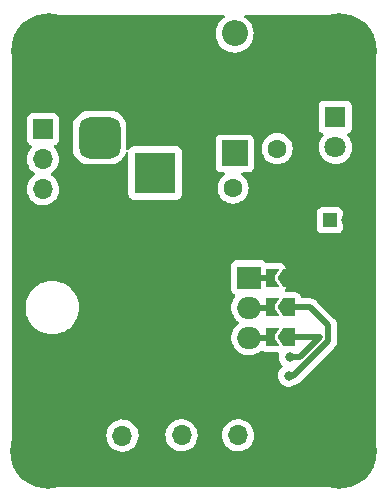
<source format=gbr>
%TF.GenerationSoftware,KiCad,Pcbnew,6.0.6+dfsg-1*%
%TF.CreationDate,2022-07-24T22:16:40+10:00*%
%TF.ProjectId,power-board,706f7765-722d-4626-9f61-72642e6b6963,rev?*%
%TF.SameCoordinates,Original*%
%TF.FileFunction,Copper,L2,Bot*%
%TF.FilePolarity,Positive*%
%FSLAX46Y46*%
G04 Gerber Fmt 4.6, Leading zero omitted, Abs format (unit mm)*
G04 Created by KiCad (PCBNEW 6.0.6+dfsg-1) date 2022-07-24 22:16:40*
%MOMM*%
%LPD*%
G01*
G04 APERTURE LIST*
G04 Aperture macros list*
%AMRoundRect*
0 Rectangle with rounded corners*
0 $1 Rounding radius*
0 $2 $3 $4 $5 $6 $7 $8 $9 X,Y pos of 4 corners*
0 Add a 4 corners polygon primitive as box body*
4,1,4,$2,$3,$4,$5,$6,$7,$8,$9,$2,$3,0*
0 Add four circle primitives for the rounded corners*
1,1,$1+$1,$2,$3*
1,1,$1+$1,$4,$5*
1,1,$1+$1,$6,$7*
1,1,$1+$1,$8,$9*
0 Add four rect primitives between the rounded corners*
20,1,$1+$1,$2,$3,$4,$5,0*
20,1,$1+$1,$4,$5,$6,$7,0*
20,1,$1+$1,$6,$7,$8,$9,0*
20,1,$1+$1,$8,$9,$2,$3,0*%
%AMFreePoly0*
4,1,6,1.000000,0.000000,0.500000,-0.750000,-0.500000,-0.750000,-0.500000,0.750000,0.500000,0.750000,1.000000,0.000000,1.000000,0.000000,$1*%
%AMFreePoly1*
4,1,6,0.500000,-0.750000,-0.650000,-0.750000,-0.150000,0.000000,-0.650000,0.750000,0.500000,0.750000,0.500000,-0.750000,0.500000,-0.750000,$1*%
G04 Aperture macros list end*
%TA.AperFunction,ComponentPad*%
%ADD10C,6.400000*%
%TD*%
%TA.AperFunction,ComponentPad*%
%ADD11R,1.200000X1.200000*%
%TD*%
%TA.AperFunction,ComponentPad*%
%ADD12C,1.200000*%
%TD*%
%TA.AperFunction,ComponentPad*%
%ADD13R,1.800000X1.800000*%
%TD*%
%TA.AperFunction,ComponentPad*%
%ADD14C,1.800000*%
%TD*%
%TA.AperFunction,ComponentPad*%
%ADD15R,2.200000X2.200000*%
%TD*%
%TA.AperFunction,ComponentPad*%
%ADD16O,2.200000X2.200000*%
%TD*%
%TA.AperFunction,ComponentPad*%
%ADD17C,1.600000*%
%TD*%
%TA.AperFunction,ComponentPad*%
%ADD18O,1.600000X1.600000*%
%TD*%
%TA.AperFunction,ComponentPad*%
%ADD19R,1.700000X1.700000*%
%TD*%
%TA.AperFunction,ComponentPad*%
%ADD20O,1.700000X1.700000*%
%TD*%
%TA.AperFunction,ComponentPad*%
%ADD21R,3.500000X3.500000*%
%TD*%
%TA.AperFunction,ComponentPad*%
%ADD22RoundRect,0.750000X-1.000000X0.750000X-1.000000X-0.750000X1.000000X-0.750000X1.000000X0.750000X0*%
%TD*%
%TA.AperFunction,ComponentPad*%
%ADD23RoundRect,0.875000X-0.875000X0.875000X-0.875000X-0.875000X0.875000X-0.875000X0.875000X0.875000X0*%
%TD*%
%TA.AperFunction,ComponentPad*%
%ADD24R,2.000000X1.905000*%
%TD*%
%TA.AperFunction,ComponentPad*%
%ADD25O,2.000000X1.905000*%
%TD*%
%TA.AperFunction,SMDPad,CuDef*%
%ADD26FreePoly0,180.000000*%
%TD*%
%TA.AperFunction,SMDPad,CuDef*%
%ADD27FreePoly1,180.000000*%
%TD*%
%TA.AperFunction,ViaPad*%
%ADD28C,0.800000*%
%TD*%
%TA.AperFunction,Conductor*%
%ADD29C,0.500000*%
%TD*%
G04 APERTURE END LIST*
D10*
%TO.P,H2,1*%
%TO.N,GND*%
X160600000Y-56300000D03*
%TD*%
%TO.P,H4,1*%
%TO.N,GND*%
X160600000Y-90100000D03*
%TD*%
D11*
%TO.P,C1,1*%
%TO.N,/REG_IN*%
X159805401Y-70612000D03*
D12*
%TO.P,C1,2*%
%TO.N,GND*%
X161305401Y-70612000D03*
%TD*%
D13*
%TO.P,D2,1,K*%
%TO.N,Net-(D2-Pad1)*%
X160274000Y-61874400D03*
D14*
%TO.P,D2,2,A*%
%TO.N,/REG_OUT*%
X160274000Y-64414400D03*
%TD*%
D10*
%TO.P,H3,1*%
%TO.N,GND*%
X135915400Y-90170000D03*
%TD*%
D15*
%TO.P,D1,1,K*%
%TO.N,/REG_IN*%
X151739600Y-64947800D03*
D16*
%TO.P,D1,2,A*%
%TO.N,/PWR_SW*%
X151739600Y-54787800D03*
%TD*%
D17*
%TO.P,R1,1*%
%TO.N,Net-(D2-Pad1)*%
X155346400Y-64541400D03*
D18*
%TO.P,R1,2*%
%TO.N,GND*%
X155346400Y-54381400D03*
%TD*%
D17*
%TO.P,C2,1*%
%TO.N,/REG_OUT*%
X151607200Y-67868800D03*
%TO.P,C2,2*%
%TO.N,GND*%
X154107200Y-67868800D03*
%TD*%
D19*
%TO.P,SW1,1,A*%
%TO.N,/PWR_SW*%
X135509000Y-62890400D03*
D20*
%TO.P,SW1,2,B*%
%TO.N,/PWR_RAW*%
X135509000Y-65430400D03*
%TO.P,SW1,3,C*%
%TO.N,unconnected-(SW1-Pad3)*%
X135509000Y-67970400D03*
%TD*%
D21*
%TO.P,J1,1*%
%TO.N,/PWR_RAW*%
X145008600Y-66601600D03*
D22*
%TO.P,J1,2*%
%TO.N,GND*%
X145008600Y-60601600D03*
D23*
%TO.P,J1,3*%
%TO.N,N/C*%
X140308600Y-63601600D03*
%TD*%
D19*
%TO.P,J4,1,Pin_1*%
%TO.N,GND*%
X152044400Y-91343400D03*
D20*
%TO.P,J4,2,Pin_2*%
%TO.N,/REG_OUT*%
X152044400Y-88803400D03*
%TD*%
D10*
%TO.P,H1,1*%
%TO.N,GND*%
X136000000Y-56300000D03*
%TD*%
D19*
%TO.P,J3,1,Pin_1*%
%TO.N,GND*%
X147244400Y-91343400D03*
D20*
%TO.P,J3,2,Pin_2*%
%TO.N,/REG_OUT*%
X147244400Y-88803400D03*
%TD*%
D24*
%TO.P,U1,1,IN*%
%TO.N,/REG1*%
X152960000Y-75460000D03*
D25*
%TO.P,U1,2,GND*%
%TO.N,/REG2*%
X152960000Y-78000000D03*
%TO.P,U1,3,OUT*%
%TO.N,/REG3*%
X152960000Y-80540000D03*
%TD*%
D19*
%TO.P,J2,1,Pin_1*%
%TO.N,GND*%
X142244400Y-91368400D03*
D20*
%TO.P,J2,2,Pin_2*%
%TO.N,/REG_OUT*%
X142244400Y-88828400D03*
%TD*%
D26*
%TO.P,JP6,1,A*%
%TO.N,/REG_IN*%
X156376200Y-80518000D03*
D27*
%TO.P,JP6,2,B*%
%TO.N,/REG3*%
X154926200Y-80518000D03*
%TD*%
D26*
%TO.P,JP5,1,A*%
%TO.N,/REG_OUT*%
X156362400Y-77978000D03*
D27*
%TO.P,JP5,2,B*%
%TO.N,/REG2*%
X154912400Y-77978000D03*
%TD*%
D26*
%TO.P,JP4,1,A*%
%TO.N,GND*%
X156362400Y-75488800D03*
D27*
%TO.P,JP4,2,B*%
%TO.N,/REG1*%
X154912400Y-75488800D03*
%TD*%
D28*
%TO.N,/REG_OUT*%
X156311600Y-83769200D03*
%TO.N,/REG_IN*%
X156413200Y-82194400D03*
%TD*%
D29*
%TO.N,/REG_OUT*%
X156691950Y-83769200D02*
X159653200Y-80807950D01*
X159653200Y-80807950D02*
X159653200Y-79490800D01*
X156311600Y-83769200D02*
X156691950Y-83769200D01*
X158140400Y-77978000D02*
X156362400Y-77978000D01*
X159653200Y-79490800D02*
X158140400Y-77978000D01*
%TO.N,/REG_IN*%
X156413200Y-82194400D02*
X157276800Y-82194400D01*
X158953200Y-80518000D02*
X156376200Y-80518000D01*
X157276800Y-82194400D02*
X158953200Y-80518000D01*
%TO.N,/REG1*%
X152960000Y-75460000D02*
X154883600Y-75460000D01*
X154883600Y-75460000D02*
X154912400Y-75488800D01*
%TO.N,/REG2*%
X154890400Y-78000000D02*
X154912400Y-77978000D01*
X152960000Y-78000000D02*
X154890400Y-78000000D01*
%TO.N,/REG3*%
X152960000Y-80540000D02*
X154904200Y-80540000D01*
X154904200Y-80540000D02*
X154926200Y-80518000D01*
%TD*%
%TA.AperFunction,Conductor*%
%TO.N,GND*%
G36*
X150859664Y-53228502D02*
G01*
X150906157Y-53282158D01*
X150916261Y-53352432D01*
X150886767Y-53417012D01*
X150857379Y-53441932D01*
X150791224Y-53482472D01*
X150598702Y-53646902D01*
X150434272Y-53839424D01*
X150301984Y-54055298D01*
X150300091Y-54059868D01*
X150300089Y-54059872D01*
X150229047Y-54231383D01*
X150205095Y-54289209D01*
X150203940Y-54294021D01*
X150157275Y-54488397D01*
X150145991Y-54535397D01*
X150126126Y-54787800D01*
X150145991Y-55040203D01*
X150147145Y-55045010D01*
X150147146Y-55045016D01*
X150184779Y-55201768D01*
X150205095Y-55286391D01*
X150206988Y-55290962D01*
X150206989Y-55290964D01*
X150229237Y-55344674D01*
X150301984Y-55520302D01*
X150434272Y-55736176D01*
X150598702Y-55928698D01*
X150791224Y-56093128D01*
X151007098Y-56225416D01*
X151011668Y-56227309D01*
X151011672Y-56227311D01*
X151198905Y-56304865D01*
X151241009Y-56322305D01*
X151287307Y-56333420D01*
X151482384Y-56380254D01*
X151482390Y-56380255D01*
X151487197Y-56381409D01*
X151739600Y-56401274D01*
X151992003Y-56381409D01*
X151996810Y-56380255D01*
X151996816Y-56380254D01*
X152191893Y-56333420D01*
X152238191Y-56322305D01*
X152280295Y-56304865D01*
X152467528Y-56227311D01*
X152467532Y-56227309D01*
X152472102Y-56225416D01*
X152687976Y-56093128D01*
X152880498Y-55928698D01*
X153044928Y-55736176D01*
X153177216Y-55520302D01*
X153249964Y-55344674D01*
X153272211Y-55290964D01*
X153272212Y-55290962D01*
X153274105Y-55286391D01*
X153294421Y-55201768D01*
X153332054Y-55045016D01*
X153332055Y-55045010D01*
X153333209Y-55040203D01*
X153353074Y-54787800D01*
X153333209Y-54535397D01*
X153321926Y-54488397D01*
X153275260Y-54294021D01*
X153274105Y-54289209D01*
X153250153Y-54231383D01*
X153179111Y-54059872D01*
X153179109Y-54059868D01*
X153177216Y-54055298D01*
X153044928Y-53839424D01*
X152880498Y-53646902D01*
X152687976Y-53482472D01*
X152621821Y-53441932D01*
X152574191Y-53389285D01*
X152562584Y-53319244D01*
X152590687Y-53254046D01*
X152649577Y-53214392D01*
X152687657Y-53208500D01*
X160650633Y-53208500D01*
X160670018Y-53210000D01*
X160684851Y-53212310D01*
X160684855Y-53212310D01*
X160693724Y-53213691D01*
X160712436Y-53211244D01*
X160735366Y-53210353D01*
X161006103Y-53224542D01*
X161019209Y-53225919D01*
X161196796Y-53254046D01*
X161315445Y-53272838D01*
X161328345Y-53275580D01*
X161352895Y-53282158D01*
X161618052Y-53353207D01*
X161630586Y-53357279D01*
X161910587Y-53464762D01*
X161922635Y-53470126D01*
X162189870Y-53606289D01*
X162201286Y-53612880D01*
X162452832Y-53776236D01*
X162463492Y-53783982D01*
X162537161Y-53843638D01*
X162696573Y-53972727D01*
X162706374Y-53981552D01*
X162918448Y-54193626D01*
X162927273Y-54203427D01*
X163116016Y-54436505D01*
X163123764Y-54447168D01*
X163177935Y-54530584D01*
X163287117Y-54698709D01*
X163293711Y-54710130D01*
X163429874Y-54977365D01*
X163435237Y-54989412D01*
X163454735Y-55040203D01*
X163542719Y-55269409D01*
X163546795Y-55281953D01*
X163624420Y-55571655D01*
X163627162Y-55584555D01*
X163674080Y-55880785D01*
X163675458Y-55893899D01*
X163677450Y-55931906D01*
X163689262Y-56157299D01*
X163687935Y-56183276D01*
X163687691Y-56184846D01*
X163687691Y-56184850D01*
X163686309Y-56193724D01*
X163687473Y-56202626D01*
X163687473Y-56202628D01*
X163690436Y-56225283D01*
X163691500Y-56241621D01*
X163691500Y-90150633D01*
X163690000Y-90170018D01*
X163687690Y-90184851D01*
X163687690Y-90184855D01*
X163686309Y-90193724D01*
X163688135Y-90207683D01*
X163688756Y-90212433D01*
X163689647Y-90235368D01*
X163675458Y-90506099D01*
X163674080Y-90519215D01*
X163627162Y-90815445D01*
X163624420Y-90828345D01*
X163546795Y-91118047D01*
X163542719Y-91130591D01*
X163435238Y-91410587D01*
X163429874Y-91422635D01*
X163293711Y-91689870D01*
X163287120Y-91701286D01*
X163123764Y-91952832D01*
X163116016Y-91963495D01*
X162927273Y-92196573D01*
X162918448Y-92206374D01*
X162706374Y-92418448D01*
X162696573Y-92427273D01*
X162463495Y-92616016D01*
X162452832Y-92623764D01*
X162201286Y-92787120D01*
X162189870Y-92793711D01*
X161922635Y-92929874D01*
X161910588Y-92935237D01*
X161630586Y-93042721D01*
X161618052Y-93046793D01*
X161473196Y-93085608D01*
X161328345Y-93124420D01*
X161315445Y-93127162D01*
X161234134Y-93140040D01*
X161019209Y-93174081D01*
X161006101Y-93175458D01*
X160930937Y-93179397D01*
X160742701Y-93189262D01*
X160716724Y-93187935D01*
X160715154Y-93187691D01*
X160715150Y-93187691D01*
X160706276Y-93186309D01*
X160697374Y-93187473D01*
X160697372Y-93187473D01*
X160682323Y-93189441D01*
X160674714Y-93190436D01*
X160658379Y-93191500D01*
X135949367Y-93191500D01*
X135929982Y-93190000D01*
X135915149Y-93187690D01*
X135915145Y-93187690D01*
X135906276Y-93186309D01*
X135887564Y-93188756D01*
X135864634Y-93189647D01*
X135593897Y-93175458D01*
X135580791Y-93174081D01*
X135365866Y-93140040D01*
X135284555Y-93127162D01*
X135271655Y-93124420D01*
X135126804Y-93085608D01*
X134981948Y-93046793D01*
X134969414Y-93042721D01*
X134689412Y-92935237D01*
X134677365Y-92929874D01*
X134410130Y-92793711D01*
X134398714Y-92787120D01*
X134147168Y-92623764D01*
X134136505Y-92616016D01*
X133903427Y-92427273D01*
X133893626Y-92418448D01*
X133681552Y-92206374D01*
X133672727Y-92196573D01*
X133483984Y-91963495D01*
X133476236Y-91952832D01*
X133312880Y-91701286D01*
X133306289Y-91689870D01*
X133170126Y-91422635D01*
X133164762Y-91410587D01*
X133057281Y-91130591D01*
X133053205Y-91118047D01*
X132975580Y-90828345D01*
X132972838Y-90815445D01*
X132925920Y-90519215D01*
X132924542Y-90506098D01*
X132910932Y-90246410D01*
X132912505Y-90218915D01*
X132913576Y-90212552D01*
X132913729Y-90200000D01*
X132909773Y-90172376D01*
X132908500Y-90154514D01*
X132908500Y-88795095D01*
X140881651Y-88795095D01*
X140881948Y-88800248D01*
X140881948Y-88800251D01*
X140893360Y-88998167D01*
X140894510Y-89018115D01*
X140895647Y-89023161D01*
X140895648Y-89023167D01*
X140909885Y-89086339D01*
X140943622Y-89236039D01*
X141027666Y-89443016D01*
X141144387Y-89633488D01*
X141290650Y-89802338D01*
X141462526Y-89945032D01*
X141655400Y-90057738D01*
X141660225Y-90059580D01*
X141660226Y-90059581D01*
X141733012Y-90087375D01*
X141864092Y-90137430D01*
X141869160Y-90138461D01*
X141869163Y-90138462D01*
X141976417Y-90160283D01*
X142082997Y-90181967D01*
X142088172Y-90182157D01*
X142088174Y-90182157D01*
X142301073Y-90189964D01*
X142301077Y-90189964D01*
X142306237Y-90190153D01*
X142311357Y-90189497D01*
X142311359Y-90189497D01*
X142522688Y-90162425D01*
X142522689Y-90162425D01*
X142527816Y-90161768D01*
X142543185Y-90157157D01*
X142736829Y-90099061D01*
X142736834Y-90099059D01*
X142741784Y-90097574D01*
X142942394Y-89999296D01*
X143124260Y-89869573D01*
X143282496Y-89711889D01*
X143341994Y-89629089D01*
X143409835Y-89534677D01*
X143412853Y-89530477D01*
X143427502Y-89500838D01*
X143509536Y-89334853D01*
X143509537Y-89334851D01*
X143511830Y-89330211D01*
X143576770Y-89116469D01*
X143605929Y-88894990D01*
X143607556Y-88828400D01*
X143602763Y-88770095D01*
X145881651Y-88770095D01*
X145881948Y-88775248D01*
X145881948Y-88775251D01*
X145894212Y-88987947D01*
X145894510Y-88993115D01*
X145895647Y-88998161D01*
X145895648Y-88998167D01*
X145915519Y-89086339D01*
X145943622Y-89211039D01*
X146027666Y-89418016D01*
X146144387Y-89608488D01*
X146290650Y-89777338D01*
X146462526Y-89920032D01*
X146655400Y-90032738D01*
X146864092Y-90112430D01*
X146869160Y-90113461D01*
X146869163Y-90113462D01*
X146976417Y-90135283D01*
X147082997Y-90156967D01*
X147088172Y-90157157D01*
X147088174Y-90157157D01*
X147301073Y-90164964D01*
X147301077Y-90164964D01*
X147306237Y-90165153D01*
X147311357Y-90164497D01*
X147311359Y-90164497D01*
X147522688Y-90137425D01*
X147522689Y-90137425D01*
X147527816Y-90136768D01*
X147532766Y-90135283D01*
X147736829Y-90074061D01*
X147736834Y-90074059D01*
X147741784Y-90072574D01*
X147942394Y-89974296D01*
X148124260Y-89844573D01*
X148282496Y-89686889D01*
X148318065Y-89637390D01*
X148409835Y-89509677D01*
X148412853Y-89505477D01*
X148441547Y-89447420D01*
X148509536Y-89309853D01*
X148509537Y-89309851D01*
X148511830Y-89305211D01*
X148567669Y-89121423D01*
X148575265Y-89096423D01*
X148575265Y-89096421D01*
X148576770Y-89091469D01*
X148605929Y-88869990D01*
X148607556Y-88803400D01*
X148604818Y-88770095D01*
X150681651Y-88770095D01*
X150681948Y-88775248D01*
X150681948Y-88775251D01*
X150694212Y-88987947D01*
X150694510Y-88993115D01*
X150695647Y-88998161D01*
X150695648Y-88998167D01*
X150715519Y-89086339D01*
X150743622Y-89211039D01*
X150827666Y-89418016D01*
X150944387Y-89608488D01*
X151090650Y-89777338D01*
X151262526Y-89920032D01*
X151455400Y-90032738D01*
X151664092Y-90112430D01*
X151669160Y-90113461D01*
X151669163Y-90113462D01*
X151776417Y-90135283D01*
X151882997Y-90156967D01*
X151888172Y-90157157D01*
X151888174Y-90157157D01*
X152101073Y-90164964D01*
X152101077Y-90164964D01*
X152106237Y-90165153D01*
X152111357Y-90164497D01*
X152111359Y-90164497D01*
X152322688Y-90137425D01*
X152322689Y-90137425D01*
X152327816Y-90136768D01*
X152332766Y-90135283D01*
X152536829Y-90074061D01*
X152536834Y-90074059D01*
X152541784Y-90072574D01*
X152742394Y-89974296D01*
X152924260Y-89844573D01*
X153082496Y-89686889D01*
X153118065Y-89637390D01*
X153209835Y-89509677D01*
X153212853Y-89505477D01*
X153241547Y-89447420D01*
X153309536Y-89309853D01*
X153309537Y-89309851D01*
X153311830Y-89305211D01*
X153367669Y-89121423D01*
X153375265Y-89096423D01*
X153375265Y-89096421D01*
X153376770Y-89091469D01*
X153405929Y-88869990D01*
X153407556Y-88803400D01*
X153389252Y-88580761D01*
X153334831Y-88364102D01*
X153245754Y-88159240D01*
X153143395Y-88001017D01*
X153127222Y-87976017D01*
X153127220Y-87976014D01*
X153124414Y-87971677D01*
X152974070Y-87806451D01*
X152970019Y-87803252D01*
X152970015Y-87803248D01*
X152802814Y-87671200D01*
X152802810Y-87671198D01*
X152798759Y-87667998D01*
X152603189Y-87560038D01*
X152598320Y-87558314D01*
X152598316Y-87558312D01*
X152397487Y-87487195D01*
X152397483Y-87487194D01*
X152392612Y-87485469D01*
X152387519Y-87484562D01*
X152387516Y-87484561D01*
X152177773Y-87447200D01*
X152177767Y-87447199D01*
X152172684Y-87446294D01*
X152098852Y-87445392D01*
X151954481Y-87443628D01*
X151954479Y-87443628D01*
X151949311Y-87443565D01*
X151728491Y-87477355D01*
X151516156Y-87546757D01*
X151318007Y-87649907D01*
X151313874Y-87653010D01*
X151313871Y-87653012D01*
X151260615Y-87692998D01*
X151139365Y-87784035D01*
X150985029Y-87945538D01*
X150859143Y-88130080D01*
X150765088Y-88332705D01*
X150705389Y-88547970D01*
X150681651Y-88770095D01*
X148604818Y-88770095D01*
X148589252Y-88580761D01*
X148534831Y-88364102D01*
X148445754Y-88159240D01*
X148343395Y-88001017D01*
X148327222Y-87976017D01*
X148327220Y-87976014D01*
X148324414Y-87971677D01*
X148174070Y-87806451D01*
X148170019Y-87803252D01*
X148170015Y-87803248D01*
X148002814Y-87671200D01*
X148002810Y-87671198D01*
X147998759Y-87667998D01*
X147803189Y-87560038D01*
X147798320Y-87558314D01*
X147798316Y-87558312D01*
X147597487Y-87487195D01*
X147597483Y-87487194D01*
X147592612Y-87485469D01*
X147587519Y-87484562D01*
X147587516Y-87484561D01*
X147377773Y-87447200D01*
X147377767Y-87447199D01*
X147372684Y-87446294D01*
X147298852Y-87445392D01*
X147154481Y-87443628D01*
X147154479Y-87443628D01*
X147149311Y-87443565D01*
X146928491Y-87477355D01*
X146716156Y-87546757D01*
X146518007Y-87649907D01*
X146513874Y-87653010D01*
X146513871Y-87653012D01*
X146460615Y-87692998D01*
X146339365Y-87784035D01*
X146185029Y-87945538D01*
X146059143Y-88130080D01*
X145965088Y-88332705D01*
X145905389Y-88547970D01*
X145881651Y-88770095D01*
X143602763Y-88770095D01*
X143589252Y-88605761D01*
X143534831Y-88389102D01*
X143445754Y-88184240D01*
X143324414Y-87996677D01*
X143174070Y-87831451D01*
X143170019Y-87828252D01*
X143170015Y-87828248D01*
X143002814Y-87696200D01*
X143002810Y-87696198D01*
X142998759Y-87692998D01*
X142803189Y-87585038D01*
X142798320Y-87583314D01*
X142798316Y-87583312D01*
X142597487Y-87512195D01*
X142597483Y-87512194D01*
X142592612Y-87510469D01*
X142587519Y-87509562D01*
X142587516Y-87509561D01*
X142377773Y-87472200D01*
X142377767Y-87472199D01*
X142372684Y-87471294D01*
X142298852Y-87470392D01*
X142154481Y-87468628D01*
X142154479Y-87468628D01*
X142149311Y-87468565D01*
X141928491Y-87502355D01*
X141716156Y-87571757D01*
X141518007Y-87674907D01*
X141513874Y-87678010D01*
X141513871Y-87678012D01*
X141343500Y-87805930D01*
X141339365Y-87809035D01*
X141335793Y-87812773D01*
X141208920Y-87945538D01*
X141185029Y-87970538D01*
X141059143Y-88155080D01*
X141043403Y-88188990D01*
X140976693Y-88332705D01*
X140965088Y-88357705D01*
X140905389Y-88572970D01*
X140881651Y-88795095D01*
X132908500Y-88795095D01*
X132908500Y-80642263D01*
X151450064Y-80642263D01*
X151486404Y-80879744D01*
X151516966Y-80973249D01*
X151559434Y-81103183D01*
X151559437Y-81103189D01*
X151561042Y-81108101D01*
X151563429Y-81112687D01*
X151563431Y-81112691D01*
X151654325Y-81287295D01*
X151671975Y-81321200D01*
X151816223Y-81513320D01*
X151989912Y-81679301D01*
X152188378Y-81814686D01*
X152193061Y-81816860D01*
X152193065Y-81816862D01*
X152401595Y-81913658D01*
X152401599Y-81913659D01*
X152406290Y-81915837D01*
X152637798Y-81980040D01*
X152642935Y-81980589D01*
X152830593Y-82000644D01*
X152830601Y-82000644D01*
X152833928Y-82001000D01*
X153068402Y-82001000D01*
X153070975Y-82000788D01*
X153070986Y-82000788D01*
X153171946Y-81992487D01*
X153246937Y-81986322D01*
X153479944Y-81927794D01*
X153608771Y-81871779D01*
X153695526Y-81834057D01*
X153695529Y-81834055D01*
X153700263Y-81831997D01*
X153901977Y-81701502D01*
X153905795Y-81698028D01*
X153905804Y-81698021D01*
X153940198Y-81666725D01*
X154004044Y-81635673D01*
X154074543Y-81644069D01*
X154107510Y-81664695D01*
X154141645Y-81694274D01*
X154141648Y-81694276D01*
X154148457Y-81700176D01*
X154281466Y-81760919D01*
X154426200Y-81781729D01*
X155418608Y-81781729D01*
X155486729Y-81801731D01*
X155533222Y-81855387D01*
X155543326Y-81925661D01*
X155538442Y-81946660D01*
X155519658Y-82004472D01*
X155499696Y-82194400D01*
X155519658Y-82384328D01*
X155578673Y-82565956D01*
X155674160Y-82731344D01*
X155678578Y-82736251D01*
X155678579Y-82736252D01*
X155786285Y-82855872D01*
X155817003Y-82919879D01*
X155808238Y-82990333D01*
X155766710Y-83042118D01*
X155700347Y-83090334D01*
X155572560Y-83232256D01*
X155477073Y-83397644D01*
X155418058Y-83579272D01*
X155398096Y-83769200D01*
X155418058Y-83959128D01*
X155477073Y-84140756D01*
X155572560Y-84306144D01*
X155576978Y-84311051D01*
X155576979Y-84311052D01*
X155667886Y-84412014D01*
X155700347Y-84448066D01*
X155854848Y-84560318D01*
X155860876Y-84563002D01*
X155860878Y-84563003D01*
X156023281Y-84635309D01*
X156029312Y-84637994D01*
X156122713Y-84657847D01*
X156209656Y-84676328D01*
X156209661Y-84676328D01*
X156216113Y-84677700D01*
X156407087Y-84677700D01*
X156413539Y-84676328D01*
X156413544Y-84676328D01*
X156500487Y-84657847D01*
X156593888Y-84637994D01*
X156599919Y-84635309D01*
X156762324Y-84563002D01*
X156762325Y-84563001D01*
X156768352Y-84560318D01*
X156773689Y-84556441D01*
X156773695Y-84556437D01*
X156800120Y-84537238D01*
X156841809Y-84518980D01*
X156841518Y-84518083D01*
X156842396Y-84517798D01*
X156846603Y-84516881D01*
X156849486Y-84515618D01*
X156854497Y-84514616D01*
X156860364Y-84513229D01*
X156867631Y-84512382D01*
X156936277Y-84487465D01*
X156940405Y-84486048D01*
X157002886Y-84465807D01*
X157002888Y-84465806D01*
X157009849Y-84463551D01*
X157016104Y-84459755D01*
X157021578Y-84457249D01*
X157027008Y-84454530D01*
X157033887Y-84452033D01*
X157094926Y-84412014D01*
X157098630Y-84409677D01*
X157161057Y-84371795D01*
X157169434Y-84364397D01*
X157169458Y-84364424D01*
X157172450Y-84361771D01*
X157175683Y-84359068D01*
X157181802Y-84355056D01*
X157235078Y-84298817D01*
X157237456Y-84296375D01*
X160142111Y-81391720D01*
X160156523Y-81379334D01*
X160168118Y-81370801D01*
X160168123Y-81370796D01*
X160174018Y-81366458D01*
X160178757Y-81360880D01*
X160178760Y-81360877D01*
X160208235Y-81326182D01*
X160215165Y-81318666D01*
X160220860Y-81312971D01*
X160238481Y-81290699D01*
X160241272Y-81287295D01*
X160283791Y-81237247D01*
X160283792Y-81237245D01*
X160288533Y-81231665D01*
X160291861Y-81225149D01*
X160295228Y-81220100D01*
X160298395Y-81214971D01*
X160302934Y-81209234D01*
X160333855Y-81143075D01*
X160335761Y-81139175D01*
X160368969Y-81074142D01*
X160370708Y-81067034D01*
X160372807Y-81061391D01*
X160374724Y-81055628D01*
X160377822Y-81049000D01*
X160392687Y-80977533D01*
X160393657Y-80973249D01*
X160409673Y-80907795D01*
X160411008Y-80902340D01*
X160411700Y-80891186D01*
X160411736Y-80891188D01*
X160411975Y-80887195D01*
X160412349Y-80883003D01*
X160413840Y-80875835D01*
X160411746Y-80798429D01*
X160411700Y-80795022D01*
X160411700Y-79557869D01*
X160413133Y-79538918D01*
X160415299Y-79524683D01*
X160415299Y-79524681D01*
X160416399Y-79517451D01*
X160412115Y-79464782D01*
X160411700Y-79454567D01*
X160411700Y-79446507D01*
X160408411Y-79418293D01*
X160407978Y-79413918D01*
X160402654Y-79348461D01*
X160402653Y-79348458D01*
X160402060Y-79341163D01*
X160399804Y-79334199D01*
X160398613Y-79328240D01*
X160397229Y-79322385D01*
X160396382Y-79315119D01*
X160371465Y-79246473D01*
X160370048Y-79242345D01*
X160349807Y-79179864D01*
X160349806Y-79179862D01*
X160347551Y-79172901D01*
X160343755Y-79166646D01*
X160341249Y-79161172D01*
X160338530Y-79155742D01*
X160336033Y-79148863D01*
X160331671Y-79142209D01*
X160296019Y-79087832D01*
X160293672Y-79084112D01*
X160258709Y-79026493D01*
X160258705Y-79026488D01*
X160255795Y-79021692D01*
X160248397Y-79013316D01*
X160248423Y-79013293D01*
X160245774Y-79010303D01*
X160243066Y-79007064D01*
X160239056Y-79000948D01*
X160233749Y-78995921D01*
X160233746Y-78995917D01*
X160182817Y-78947672D01*
X160180375Y-78945294D01*
X158724170Y-77489089D01*
X158711784Y-77474677D01*
X158703251Y-77463082D01*
X158703246Y-77463077D01*
X158698908Y-77457182D01*
X158693330Y-77452443D01*
X158693327Y-77452440D01*
X158658632Y-77422965D01*
X158651116Y-77416035D01*
X158645421Y-77410340D01*
X158631151Y-77399050D01*
X158623149Y-77392719D01*
X158619745Y-77389928D01*
X158569697Y-77347409D01*
X158569695Y-77347408D01*
X158564115Y-77342667D01*
X158557599Y-77339339D01*
X158552550Y-77335972D01*
X158547421Y-77332805D01*
X158541684Y-77328266D01*
X158475525Y-77297345D01*
X158471625Y-77295439D01*
X158406592Y-77262231D01*
X158399484Y-77260492D01*
X158393841Y-77258393D01*
X158388078Y-77256476D01*
X158381450Y-77253378D01*
X158309983Y-77238513D01*
X158305699Y-77237543D01*
X158234790Y-77220192D01*
X158229188Y-77219844D01*
X158229185Y-77219844D01*
X158223636Y-77219500D01*
X158223638Y-77219464D01*
X158219645Y-77219225D01*
X158215453Y-77218851D01*
X158208285Y-77217360D01*
X158142075Y-77219151D01*
X158130879Y-77219454D01*
X158127472Y-77219500D01*
X157484194Y-77219500D01*
X157416073Y-77199498D01*
X157369580Y-77145842D01*
X157363298Y-77128999D01*
X157361370Y-77122434D01*
X157329704Y-77014589D01*
X157265217Y-76914245D01*
X157255522Y-76899159D01*
X157255520Y-76899156D01*
X157250650Y-76891579D01*
X157243840Y-76885678D01*
X157146955Y-76801726D01*
X157146952Y-76801724D01*
X157140143Y-76795824D01*
X157007134Y-76735081D01*
X156862400Y-76714271D01*
X156096938Y-76714271D01*
X156028817Y-76694269D01*
X155982324Y-76640613D01*
X155972220Y-76570339D01*
X155989811Y-76521940D01*
X155993395Y-76516152D01*
X155999182Y-76509242D01*
X156057682Y-76375231D01*
X156076056Y-76230168D01*
X156052818Y-76085804D01*
X155989848Y-75953834D01*
X155726420Y-75558692D01*
X155705276Y-75490917D01*
X155726420Y-75418908D01*
X155988451Y-75025862D01*
X155988455Y-75025856D01*
X155989848Y-75023766D01*
X156029704Y-74952211D01*
X156070900Y-74811911D01*
X156070900Y-74665689D01*
X156029704Y-74525389D01*
X156004435Y-74486070D01*
X155955522Y-74409959D01*
X155955520Y-74409956D01*
X155950650Y-74402379D01*
X155936116Y-74389785D01*
X155846955Y-74312526D01*
X155846952Y-74312524D01*
X155840143Y-74306624D01*
X155707134Y-74245881D01*
X155562400Y-74225071D01*
X154446868Y-74225071D01*
X154378747Y-74205069D01*
X154346041Y-74174635D01*
X154328641Y-74151418D01*
X154323261Y-74144239D01*
X154206705Y-74056885D01*
X154070316Y-74005755D01*
X154008134Y-73999000D01*
X151911866Y-73999000D01*
X151849684Y-74005755D01*
X151713295Y-74056885D01*
X151596739Y-74144239D01*
X151509385Y-74260795D01*
X151458255Y-74397184D01*
X151451500Y-74459366D01*
X151451500Y-76460634D01*
X151458255Y-76522816D01*
X151509385Y-76659205D01*
X151596739Y-76775761D01*
X151713295Y-76863115D01*
X151733189Y-76870573D01*
X151789953Y-76913213D01*
X151814654Y-76979774D01*
X151799447Y-77049123D01*
X151787842Y-77066647D01*
X151694633Y-77184670D01*
X151694630Y-77184675D01*
X151691432Y-77188724D01*
X151688939Y-77193240D01*
X151688937Y-77193243D01*
X151578821Y-77392719D01*
X151575326Y-77399050D01*
X151573602Y-77403919D01*
X151573600Y-77403923D01*
X151568029Y-77419656D01*
X151495130Y-77625515D01*
X151452999Y-77862037D01*
X151450064Y-78102263D01*
X151486404Y-78339744D01*
X151523094Y-78451997D01*
X151559434Y-78563183D01*
X151559437Y-78563189D01*
X151561042Y-78568101D01*
X151563429Y-78572687D01*
X151563431Y-78572691D01*
X151651362Y-78741603D01*
X151671975Y-78781200D01*
X151675085Y-78785342D01*
X151796102Y-78946521D01*
X151816223Y-78973320D01*
X151857280Y-79012555D01*
X151965791Y-79116250D01*
X151989912Y-79139301D01*
X152026903Y-79164535D01*
X152071904Y-79219444D01*
X152080075Y-79289968D01*
X152048821Y-79353716D01*
X152024340Y-79374411D01*
X152022365Y-79375689D01*
X152018023Y-79378498D01*
X151840330Y-79540186D01*
X151826365Y-79557869D01*
X151694633Y-79724670D01*
X151694630Y-79724675D01*
X151691432Y-79728724D01*
X151688939Y-79733240D01*
X151688937Y-79733243D01*
X151577823Y-79934526D01*
X151575326Y-79939050D01*
X151573602Y-79943919D01*
X151573600Y-79943923D01*
X151567866Y-79960115D01*
X151495130Y-80165515D01*
X151494223Y-80170608D01*
X151494222Y-80170611D01*
X151477704Y-80263346D01*
X151452999Y-80402037D01*
X151450064Y-80642263D01*
X132908500Y-80642263D01*
X132908500Y-78000000D01*
X134036654Y-78000000D01*
X134036924Y-78004119D01*
X134043357Y-78102263D01*
X134056017Y-78295426D01*
X134056819Y-78299459D01*
X134056820Y-78299465D01*
X134110256Y-78568101D01*
X134113776Y-78585797D01*
X134115103Y-78589706D01*
X134115104Y-78589710D01*
X134166665Y-78741603D01*
X134208941Y-78866145D01*
X134216233Y-78880932D01*
X134334682Y-79121122D01*
X134339885Y-79131673D01*
X134342179Y-79135106D01*
X134479862Y-79341163D01*
X134504367Y-79377838D01*
X134507081Y-79380932D01*
X134507085Y-79380938D01*
X134666955Y-79563234D01*
X134699573Y-79600427D01*
X134702662Y-79603136D01*
X134919062Y-79792915D01*
X134919068Y-79792919D01*
X134922162Y-79795633D01*
X134925588Y-79797922D01*
X134925593Y-79797926D01*
X135109405Y-79920744D01*
X135168327Y-79960115D01*
X135172026Y-79961939D01*
X135172031Y-79961942D01*
X135308313Y-80029148D01*
X135433855Y-80091059D01*
X135437760Y-80092384D01*
X135437761Y-80092385D01*
X135710290Y-80184896D01*
X135710294Y-80184897D01*
X135714203Y-80186224D01*
X135718247Y-80187028D01*
X135718253Y-80187030D01*
X136000535Y-80243180D01*
X136000541Y-80243181D01*
X136004574Y-80243983D01*
X136008679Y-80244252D01*
X136008686Y-80244253D01*
X136295881Y-80263076D01*
X136300000Y-80263346D01*
X136304119Y-80263076D01*
X136591314Y-80244253D01*
X136591321Y-80244252D01*
X136595426Y-80243983D01*
X136599459Y-80243181D01*
X136599465Y-80243180D01*
X136881747Y-80187030D01*
X136881753Y-80187028D01*
X136885797Y-80186224D01*
X136889706Y-80184897D01*
X136889710Y-80184896D01*
X137162239Y-80092385D01*
X137162240Y-80092384D01*
X137166145Y-80091059D01*
X137291687Y-80029148D01*
X137427969Y-79961942D01*
X137427974Y-79961939D01*
X137431673Y-79960115D01*
X137490595Y-79920744D01*
X137674407Y-79797926D01*
X137674412Y-79797922D01*
X137677838Y-79795633D01*
X137680932Y-79792919D01*
X137680938Y-79792915D01*
X137897338Y-79603136D01*
X137900427Y-79600427D01*
X137933045Y-79563234D01*
X138092915Y-79380938D01*
X138092919Y-79380932D01*
X138095633Y-79377838D01*
X138120139Y-79341163D01*
X138257821Y-79135106D01*
X138260115Y-79131673D01*
X138265319Y-79121122D01*
X138383767Y-78880932D01*
X138391059Y-78866145D01*
X138433335Y-78741603D01*
X138484896Y-78589710D01*
X138484897Y-78589706D01*
X138486224Y-78585797D01*
X138489744Y-78568101D01*
X138543180Y-78299465D01*
X138543181Y-78299459D01*
X138543983Y-78295426D01*
X138556644Y-78102263D01*
X138563076Y-78004119D01*
X138563346Y-78000000D01*
X138543983Y-77704574D01*
X138527288Y-77620640D01*
X138487030Y-77418253D01*
X138487028Y-77418247D01*
X138486224Y-77414203D01*
X138482735Y-77403923D01*
X138392385Y-77137761D01*
X138392384Y-77137760D01*
X138391059Y-77133855D01*
X138289284Y-76927475D01*
X138261942Y-76872031D01*
X138261939Y-76872026D01*
X138260115Y-76868327D01*
X138201860Y-76781142D01*
X138097926Y-76625593D01*
X138097922Y-76625588D01*
X138095633Y-76622162D01*
X138092919Y-76619068D01*
X138092915Y-76619062D01*
X137903136Y-76402662D01*
X137900427Y-76399573D01*
X137862473Y-76366288D01*
X137680938Y-76207085D01*
X137680932Y-76207081D01*
X137677838Y-76204367D01*
X137674412Y-76202078D01*
X137674407Y-76202074D01*
X137435106Y-76042179D01*
X137431673Y-76039885D01*
X137427974Y-76038061D01*
X137427969Y-76038058D01*
X137249581Y-75950087D01*
X137166145Y-75908941D01*
X137162239Y-75907615D01*
X136889710Y-75815104D01*
X136889706Y-75815103D01*
X136885797Y-75813776D01*
X136881753Y-75812972D01*
X136881747Y-75812970D01*
X136599465Y-75756820D01*
X136599459Y-75756819D01*
X136595426Y-75756017D01*
X136591321Y-75755748D01*
X136591314Y-75755747D01*
X136304119Y-75736924D01*
X136300000Y-75736654D01*
X136295881Y-75736924D01*
X136008686Y-75755747D01*
X136008679Y-75755748D01*
X136004574Y-75756017D01*
X136000541Y-75756819D01*
X136000535Y-75756820D01*
X135718253Y-75812970D01*
X135718247Y-75812972D01*
X135714203Y-75813776D01*
X135710294Y-75815103D01*
X135710290Y-75815104D01*
X135437761Y-75907615D01*
X135433855Y-75908941D01*
X135350419Y-75950087D01*
X135172031Y-76038058D01*
X135172026Y-76038061D01*
X135168327Y-76039885D01*
X135164894Y-76042179D01*
X134925593Y-76202074D01*
X134925588Y-76202078D01*
X134922162Y-76204367D01*
X134919068Y-76207081D01*
X134919062Y-76207085D01*
X134737527Y-76366288D01*
X134699573Y-76399573D01*
X134696864Y-76402662D01*
X134507085Y-76619062D01*
X134507081Y-76619068D01*
X134504367Y-76622162D01*
X134502078Y-76625588D01*
X134502074Y-76625593D01*
X134398140Y-76781142D01*
X134339885Y-76868327D01*
X134338061Y-76872026D01*
X134338058Y-76872031D01*
X134310716Y-76927475D01*
X134208941Y-77133855D01*
X134207616Y-77137760D01*
X134207615Y-77137761D01*
X134117266Y-77403923D01*
X134113776Y-77414203D01*
X134112972Y-77418247D01*
X134112970Y-77418253D01*
X134072713Y-77620640D01*
X134056017Y-77704574D01*
X134036654Y-78000000D01*
X132908500Y-78000000D01*
X132908500Y-71260134D01*
X158696901Y-71260134D01*
X158703656Y-71322316D01*
X158754786Y-71458705D01*
X158842140Y-71575261D01*
X158958696Y-71662615D01*
X159095085Y-71713745D01*
X159157267Y-71720500D01*
X160453535Y-71720500D01*
X160515717Y-71713745D01*
X160652106Y-71662615D01*
X160768662Y-71575261D01*
X160856016Y-71458705D01*
X160907146Y-71322316D01*
X160913901Y-71260134D01*
X160913901Y-69963866D01*
X160907146Y-69901684D01*
X160856016Y-69765295D01*
X160768662Y-69648739D01*
X160652106Y-69561385D01*
X160515717Y-69510255D01*
X160453535Y-69503500D01*
X159157267Y-69503500D01*
X159095085Y-69510255D01*
X158958696Y-69561385D01*
X158842140Y-69648739D01*
X158754786Y-69765295D01*
X158703656Y-69901684D01*
X158696901Y-69963866D01*
X158696901Y-71260134D01*
X132908500Y-71260134D01*
X132908500Y-67937095D01*
X134146251Y-67937095D01*
X134146548Y-67942248D01*
X134146548Y-67942251D01*
X134152011Y-68036990D01*
X134159110Y-68160115D01*
X134160247Y-68165161D01*
X134160248Y-68165167D01*
X134180119Y-68253339D01*
X134208222Y-68378039D01*
X134292266Y-68585016D01*
X134408987Y-68775488D01*
X134555250Y-68944338D01*
X134727126Y-69087032D01*
X134920000Y-69199738D01*
X135128692Y-69279430D01*
X135133760Y-69280461D01*
X135133763Y-69280462D01*
X135241017Y-69302283D01*
X135347597Y-69323967D01*
X135352772Y-69324157D01*
X135352774Y-69324157D01*
X135565673Y-69331964D01*
X135565677Y-69331964D01*
X135570837Y-69332153D01*
X135575957Y-69331497D01*
X135575959Y-69331497D01*
X135787288Y-69304425D01*
X135787289Y-69304425D01*
X135792416Y-69303768D01*
X135797366Y-69302283D01*
X136001429Y-69241061D01*
X136001434Y-69241059D01*
X136006384Y-69239574D01*
X136206994Y-69141296D01*
X136388860Y-69011573D01*
X136394129Y-69006323D01*
X136540863Y-68860100D01*
X136547096Y-68853889D01*
X136581963Y-68805367D01*
X136674435Y-68676677D01*
X136677453Y-68672477D01*
X136710560Y-68605491D01*
X136774136Y-68476853D01*
X136774137Y-68476851D01*
X136776430Y-68472211D01*
X136841370Y-68258469D01*
X136870529Y-68036990D01*
X136872156Y-67970400D01*
X136853852Y-67747761D01*
X136799431Y-67531102D01*
X136710354Y-67326240D01*
X136636482Y-67212051D01*
X136591822Y-67143017D01*
X136591820Y-67143014D01*
X136589014Y-67138677D01*
X136438670Y-66973451D01*
X136434619Y-66970252D01*
X136434615Y-66970248D01*
X136267414Y-66838200D01*
X136267410Y-66838198D01*
X136263359Y-66834998D01*
X136222053Y-66812196D01*
X136172084Y-66761764D01*
X136157312Y-66692321D01*
X136182428Y-66625916D01*
X136209780Y-66599309D01*
X136278351Y-66550398D01*
X136388860Y-66471573D01*
X136547096Y-66313889D01*
X136567067Y-66286097D01*
X136674435Y-66136677D01*
X136677453Y-66132477D01*
X136697203Y-66092517D01*
X136774136Y-65936853D01*
X136774137Y-65936851D01*
X136776430Y-65932211D01*
X136823987Y-65775684D01*
X136839865Y-65723423D01*
X136839865Y-65723421D01*
X136841370Y-65718469D01*
X136870529Y-65496990D01*
X136870694Y-65490250D01*
X136872074Y-65433765D01*
X136872074Y-65433761D01*
X136872156Y-65430400D01*
X136853852Y-65207761D01*
X136799431Y-64991102D01*
X136710354Y-64786240D01*
X136609823Y-64630843D01*
X136591822Y-64603017D01*
X136591820Y-64603014D01*
X136589014Y-64598677D01*
X136585532Y-64594850D01*
X136561978Y-64568964D01*
X138050100Y-64568964D01*
X138050191Y-64570637D01*
X138050191Y-64570652D01*
X138051944Y-64603017D01*
X138053219Y-64626557D01*
X138054056Y-64630843D01*
X138087104Y-64800069D01*
X138098220Y-64856993D01*
X138181404Y-65076552D01*
X138217338Y-65137678D01*
X138280264Y-65244718D01*
X138300391Y-65278956D01*
X138451781Y-65458419D01*
X138631244Y-65609809D01*
X138833648Y-65728796D01*
X139053207Y-65811980D01*
X139058439Y-65813002D01*
X139058440Y-65813002D01*
X139270440Y-65854403D01*
X139283643Y-65856981D01*
X139288001Y-65857217D01*
X139339548Y-65860009D01*
X139339563Y-65860009D01*
X139341236Y-65860100D01*
X141275964Y-65860100D01*
X141277637Y-65860009D01*
X141277652Y-65860009D01*
X141329199Y-65857217D01*
X141333557Y-65856981D01*
X141346760Y-65854403D01*
X141558760Y-65813002D01*
X141558761Y-65813002D01*
X141563993Y-65811980D01*
X141783552Y-65728796D01*
X141985956Y-65609809D01*
X142165419Y-65458419D01*
X142316809Y-65278956D01*
X142336937Y-65244718D01*
X142399862Y-65137678D01*
X142435796Y-65076552D01*
X142506273Y-64890532D01*
X142549112Y-64833917D01*
X142615760Y-64809449D01*
X142685055Y-64824898D01*
X142734998Y-64875359D01*
X142750100Y-64935173D01*
X142750100Y-68399734D01*
X142756855Y-68461916D01*
X142807985Y-68598305D01*
X142895339Y-68714861D01*
X143011895Y-68802215D01*
X143148284Y-68853345D01*
X143210466Y-68860100D01*
X146806734Y-68860100D01*
X146868916Y-68853345D01*
X147005305Y-68802215D01*
X147121861Y-68714861D01*
X147209215Y-68598305D01*
X147260345Y-68461916D01*
X147267100Y-68399734D01*
X147267100Y-66095934D01*
X150131100Y-66095934D01*
X150137855Y-66158116D01*
X150188985Y-66294505D01*
X150276339Y-66411061D01*
X150392895Y-66498415D01*
X150529284Y-66549545D01*
X150591466Y-66556300D01*
X150800723Y-66556300D01*
X150868844Y-66576302D01*
X150915337Y-66629958D01*
X150925441Y-66700232D01*
X150895947Y-66764812D01*
X150872994Y-66785513D01*
X150767411Y-66859443D01*
X150767408Y-66859445D01*
X150762900Y-66862602D01*
X150601002Y-67024500D01*
X150469677Y-67212051D01*
X150467354Y-67217033D01*
X150467351Y-67217038D01*
X150416430Y-67326240D01*
X150372916Y-67419557D01*
X150371494Y-67424865D01*
X150371493Y-67424867D01*
X150343027Y-67531102D01*
X150313657Y-67640713D01*
X150293702Y-67868800D01*
X150313657Y-68096887D01*
X150315081Y-68102200D01*
X150315081Y-68102202D01*
X150358281Y-68263423D01*
X150372916Y-68318043D01*
X150375239Y-68323024D01*
X150375239Y-68323025D01*
X150467351Y-68520562D01*
X150467354Y-68520567D01*
X150469677Y-68525549D01*
X150525653Y-68605491D01*
X150597208Y-68707681D01*
X150601002Y-68713100D01*
X150762900Y-68874998D01*
X150767408Y-68878155D01*
X150767411Y-68878157D01*
X150845589Y-68932898D01*
X150950451Y-69006323D01*
X150955433Y-69008646D01*
X150955438Y-69008649D01*
X151123533Y-69087032D01*
X151157957Y-69103084D01*
X151163265Y-69104506D01*
X151163267Y-69104507D01*
X151373798Y-69160919D01*
X151373800Y-69160919D01*
X151379113Y-69162343D01*
X151607200Y-69182298D01*
X151835287Y-69162343D01*
X151840600Y-69160919D01*
X151840602Y-69160919D01*
X152051133Y-69104507D01*
X152051135Y-69104506D01*
X152056443Y-69103084D01*
X152090867Y-69087032D01*
X152258962Y-69008649D01*
X152258967Y-69008646D01*
X152263949Y-69006323D01*
X152368811Y-68932898D01*
X152446989Y-68878157D01*
X152446992Y-68878155D01*
X152451500Y-68874998D01*
X152613398Y-68713100D01*
X152617193Y-68707681D01*
X152688747Y-68605491D01*
X152744723Y-68525549D01*
X152747046Y-68520567D01*
X152747049Y-68520562D01*
X152839161Y-68323025D01*
X152839161Y-68323024D01*
X152841484Y-68318043D01*
X152856120Y-68263423D01*
X152899319Y-68102202D01*
X152899319Y-68102200D01*
X152900743Y-68096887D01*
X152920698Y-67868800D01*
X152900743Y-67640713D01*
X152871373Y-67531102D01*
X152842907Y-67424867D01*
X152842906Y-67424865D01*
X152841484Y-67419557D01*
X152797970Y-67326240D01*
X152747049Y-67217038D01*
X152747046Y-67217033D01*
X152744723Y-67212051D01*
X152613398Y-67024500D01*
X152451500Y-66862602D01*
X152446992Y-66859445D01*
X152446989Y-66859443D01*
X152341406Y-66785513D01*
X152297078Y-66730056D01*
X152289769Y-66659436D01*
X152321800Y-66596076D01*
X152383001Y-66560091D01*
X152413677Y-66556300D01*
X152887734Y-66556300D01*
X152949916Y-66549545D01*
X153086305Y-66498415D01*
X153202861Y-66411061D01*
X153290215Y-66294505D01*
X153341345Y-66158116D01*
X153348100Y-66095934D01*
X153348100Y-64541400D01*
X154032902Y-64541400D01*
X154052857Y-64769487D01*
X154054281Y-64774800D01*
X154054281Y-64774802D01*
X154097121Y-64934680D01*
X154112116Y-64990643D01*
X154114439Y-64995624D01*
X154114439Y-64995625D01*
X154206551Y-65193162D01*
X154206554Y-65193167D01*
X154208877Y-65198149D01*
X154340202Y-65385700D01*
X154502100Y-65547598D01*
X154506608Y-65550755D01*
X154506611Y-65550757D01*
X154584789Y-65605498D01*
X154689651Y-65678923D01*
X154694633Y-65681246D01*
X154694638Y-65681249D01*
X154802980Y-65731769D01*
X154897157Y-65775684D01*
X154902465Y-65777106D01*
X154902467Y-65777107D01*
X155112998Y-65833519D01*
X155113000Y-65833519D01*
X155118313Y-65834943D01*
X155346400Y-65854898D01*
X155574487Y-65834943D01*
X155579800Y-65833519D01*
X155579802Y-65833519D01*
X155790333Y-65777107D01*
X155790335Y-65777106D01*
X155795643Y-65775684D01*
X155889820Y-65731769D01*
X155998162Y-65681249D01*
X155998167Y-65681246D01*
X156003149Y-65678923D01*
X156108011Y-65605498D01*
X156186189Y-65550757D01*
X156186192Y-65550755D01*
X156190700Y-65547598D01*
X156352598Y-65385700D01*
X156483923Y-65198149D01*
X156486246Y-65193167D01*
X156486249Y-65193162D01*
X156578361Y-64995625D01*
X156578361Y-64995624D01*
X156580684Y-64990643D01*
X156595680Y-64934680D01*
X156638519Y-64774802D01*
X156638519Y-64774800D01*
X156639943Y-64769487D01*
X156659898Y-64541400D01*
X156645766Y-64379869D01*
X158861095Y-64379869D01*
X158861392Y-64385022D01*
X158861392Y-64385025D01*
X158867039Y-64482958D01*
X158874427Y-64611097D01*
X158875564Y-64616143D01*
X158875565Y-64616149D01*
X158903766Y-64741284D01*
X158925346Y-64837042D01*
X158927288Y-64841824D01*
X158927289Y-64841828D01*
X158985975Y-64986354D01*
X159012484Y-65051637D01*
X159133501Y-65249119D01*
X159285147Y-65424184D01*
X159463349Y-65572130D01*
X159663322Y-65688984D01*
X159879694Y-65771609D01*
X159884760Y-65772640D01*
X159884761Y-65772640D01*
X159888305Y-65773361D01*
X160106656Y-65817785D01*
X160237324Y-65822576D01*
X160332949Y-65826083D01*
X160332953Y-65826083D01*
X160338113Y-65826272D01*
X160343233Y-65825616D01*
X160343235Y-65825616D01*
X160441700Y-65813002D01*
X160567847Y-65796842D01*
X160572795Y-65795357D01*
X160572802Y-65795356D01*
X160784747Y-65731769D01*
X160789690Y-65730286D01*
X160798249Y-65726093D01*
X160993049Y-65630662D01*
X160993052Y-65630660D01*
X160997684Y-65628391D01*
X161186243Y-65493894D01*
X161350303Y-65330405D01*
X161485458Y-65142317D01*
X161532641Y-65046850D01*
X161585784Y-64939322D01*
X161585785Y-64939320D01*
X161588078Y-64934680D01*
X161655408Y-64713071D01*
X161685640Y-64483441D01*
X161686778Y-64436888D01*
X161687245Y-64417765D01*
X161687245Y-64417761D01*
X161687327Y-64414400D01*
X161676023Y-64276907D01*
X161668773Y-64188718D01*
X161668772Y-64188712D01*
X161668349Y-64183567D01*
X161640137Y-64071250D01*
X161613184Y-63963944D01*
X161613183Y-63963940D01*
X161611925Y-63958933D01*
X161609866Y-63954197D01*
X161521630Y-63751268D01*
X161521628Y-63751265D01*
X161519570Y-63746531D01*
X161393764Y-63552065D01*
X161378420Y-63535202D01*
X161303848Y-63453248D01*
X161272796Y-63389402D01*
X161281192Y-63318904D01*
X161326369Y-63264136D01*
X161352812Y-63250467D01*
X161412297Y-63228167D01*
X161420705Y-63225015D01*
X161537261Y-63137661D01*
X161624615Y-63021105D01*
X161675745Y-62884716D01*
X161682500Y-62822534D01*
X161682500Y-60926266D01*
X161675745Y-60864084D01*
X161624615Y-60727695D01*
X161537261Y-60611139D01*
X161420705Y-60523785D01*
X161284316Y-60472655D01*
X161222134Y-60465900D01*
X159325866Y-60465900D01*
X159263684Y-60472655D01*
X159127295Y-60523785D01*
X159010739Y-60611139D01*
X158923385Y-60727695D01*
X158872255Y-60864084D01*
X158865500Y-60926266D01*
X158865500Y-62822534D01*
X158872255Y-62884716D01*
X158923385Y-63021105D01*
X159010739Y-63137661D01*
X159127295Y-63225015D01*
X159135704Y-63228167D01*
X159135705Y-63228168D01*
X159195164Y-63250458D01*
X159251929Y-63293099D01*
X159276629Y-63359661D01*
X159261422Y-63429009D01*
X159242029Y-63455491D01*
X159175639Y-63524964D01*
X159172725Y-63529236D01*
X159172724Y-63529237D01*
X159157152Y-63552065D01*
X159045119Y-63716299D01*
X158947602Y-63926381D01*
X158885707Y-64149569D01*
X158861095Y-64379869D01*
X156645766Y-64379869D01*
X156639943Y-64313313D01*
X156637057Y-64302543D01*
X156582107Y-64097467D01*
X156582106Y-64097465D01*
X156580684Y-64092157D01*
X156501200Y-63921701D01*
X156486249Y-63889638D01*
X156486246Y-63889633D01*
X156483923Y-63884651D01*
X156380875Y-63737484D01*
X156355757Y-63701611D01*
X156355755Y-63701608D01*
X156352598Y-63697100D01*
X156190700Y-63535202D01*
X156186192Y-63532045D01*
X156186189Y-63532043D01*
X156039041Y-63429009D01*
X156003149Y-63403877D01*
X155998167Y-63401554D01*
X155998162Y-63401551D01*
X155800625Y-63309439D01*
X155800624Y-63309439D01*
X155795643Y-63307116D01*
X155790335Y-63305694D01*
X155790333Y-63305693D01*
X155579802Y-63249281D01*
X155579800Y-63249281D01*
X155574487Y-63247857D01*
X155346400Y-63227902D01*
X155118313Y-63247857D01*
X155113000Y-63249281D01*
X155112998Y-63249281D01*
X154902467Y-63305693D01*
X154902465Y-63305694D01*
X154897157Y-63307116D01*
X154892176Y-63309439D01*
X154892175Y-63309439D01*
X154694638Y-63401551D01*
X154694633Y-63401554D01*
X154689651Y-63403877D01*
X154653759Y-63429009D01*
X154506611Y-63532043D01*
X154506608Y-63532045D01*
X154502100Y-63535202D01*
X154340202Y-63697100D01*
X154337045Y-63701608D01*
X154337043Y-63701611D01*
X154311925Y-63737484D01*
X154208877Y-63884651D01*
X154206554Y-63889633D01*
X154206551Y-63889638D01*
X154191600Y-63921701D01*
X154112116Y-64092157D01*
X154110694Y-64097465D01*
X154110693Y-64097467D01*
X154055743Y-64302543D01*
X154052857Y-64313313D01*
X154032902Y-64541400D01*
X153348100Y-64541400D01*
X153348100Y-63799666D01*
X153341345Y-63737484D01*
X153290215Y-63601095D01*
X153202861Y-63484539D01*
X153086305Y-63397185D01*
X152949916Y-63346055D01*
X152887734Y-63339300D01*
X150591466Y-63339300D01*
X150529284Y-63346055D01*
X150392895Y-63397185D01*
X150276339Y-63484539D01*
X150188985Y-63601095D01*
X150137855Y-63737484D01*
X150131100Y-63799666D01*
X150131100Y-66095934D01*
X147267100Y-66095934D01*
X147267100Y-64803466D01*
X147260345Y-64741284D01*
X147209215Y-64604895D01*
X147121861Y-64488339D01*
X147005305Y-64400985D01*
X146868916Y-64349855D01*
X146806734Y-64343100D01*
X143210466Y-64343100D01*
X143148284Y-64349855D01*
X143011895Y-64400985D01*
X142895339Y-64488339D01*
X142807985Y-64604895D01*
X142804836Y-64613296D01*
X142803619Y-64615518D01*
X142753360Y-64665664D01*
X142683969Y-64680677D01*
X142617477Y-64655791D01*
X142574995Y-64598907D01*
X142567100Y-64555008D01*
X142567100Y-62634236D01*
X142563981Y-62576643D01*
X142518980Y-62346207D01*
X142435796Y-62126648D01*
X142354800Y-61988869D01*
X142319517Y-61928850D01*
X142319515Y-61928848D01*
X142316809Y-61924244D01*
X142165419Y-61744781D01*
X141985956Y-61593391D01*
X141974461Y-61586633D01*
X141918064Y-61553479D01*
X141783552Y-61474404D01*
X141563993Y-61391220D01*
X141333557Y-61346219D01*
X141327827Y-61345909D01*
X141277652Y-61343191D01*
X141277637Y-61343191D01*
X141275964Y-61343100D01*
X139341236Y-61343100D01*
X139339563Y-61343191D01*
X139339548Y-61343191D01*
X139289373Y-61345909D01*
X139283643Y-61346219D01*
X139053207Y-61391220D01*
X138833648Y-61474404D01*
X138699136Y-61553479D01*
X138642740Y-61586633D01*
X138631244Y-61593391D01*
X138451781Y-61744781D01*
X138300391Y-61924244D01*
X138297685Y-61928848D01*
X138297683Y-61928850D01*
X138262400Y-61988869D01*
X138181404Y-62126648D01*
X138098220Y-62346207D01*
X138053219Y-62576643D01*
X138050100Y-62634236D01*
X138050100Y-64568964D01*
X136561978Y-64568964D01*
X136441798Y-64436888D01*
X136410746Y-64373042D01*
X136419141Y-64302543D01*
X136464317Y-64247775D01*
X136490761Y-64234106D01*
X136597297Y-64194167D01*
X136605705Y-64191015D01*
X136722261Y-64103661D01*
X136809615Y-63987105D01*
X136860745Y-63850716D01*
X136867500Y-63788534D01*
X136867500Y-61992266D01*
X136860745Y-61930084D01*
X136809615Y-61793695D01*
X136722261Y-61677139D01*
X136605705Y-61589785D01*
X136469316Y-61538655D01*
X136407134Y-61531900D01*
X134610866Y-61531900D01*
X134548684Y-61538655D01*
X134412295Y-61589785D01*
X134295739Y-61677139D01*
X134208385Y-61793695D01*
X134157255Y-61930084D01*
X134150500Y-61992266D01*
X134150500Y-63788534D01*
X134157255Y-63850716D01*
X134208385Y-63987105D01*
X134295739Y-64103661D01*
X134412295Y-64191015D01*
X134420704Y-64194167D01*
X134420705Y-64194168D01*
X134529451Y-64234935D01*
X134586216Y-64277576D01*
X134610916Y-64344138D01*
X134595709Y-64413487D01*
X134576316Y-64439968D01*
X134530092Y-64488339D01*
X134449629Y-64572538D01*
X134446715Y-64576810D01*
X134446714Y-64576811D01*
X134412780Y-64626557D01*
X134323743Y-64757080D01*
X134229688Y-64959705D01*
X134169989Y-65174970D01*
X134146251Y-65397095D01*
X134146548Y-65402248D01*
X134146548Y-65402251D01*
X134151832Y-65493894D01*
X134159110Y-65620115D01*
X134160247Y-65625161D01*
X134160248Y-65625167D01*
X134183427Y-65728016D01*
X134208222Y-65838039D01*
X134292266Y-66045016D01*
X134325550Y-66099331D01*
X134361574Y-66158116D01*
X134408987Y-66235488D01*
X134555250Y-66404338D01*
X134727126Y-66547032D01*
X134777216Y-66576302D01*
X134800445Y-66589876D01*
X134849169Y-66641514D01*
X134862240Y-66711297D01*
X134835509Y-66777069D01*
X134795055Y-66810427D01*
X134782607Y-66816907D01*
X134778474Y-66820010D01*
X134778471Y-66820012D01*
X134608100Y-66947930D01*
X134603965Y-66951035D01*
X134449629Y-67112538D01*
X134323743Y-67297080D01*
X134229688Y-67499705D01*
X134169989Y-67714970D01*
X134146251Y-67937095D01*
X132908500Y-67937095D01*
X132908500Y-56353250D01*
X132910246Y-56332345D01*
X132912770Y-56317344D01*
X132912770Y-56317341D01*
X132913576Y-56312552D01*
X132913729Y-56300000D01*
X132913039Y-56295180D01*
X132911644Y-56285437D01*
X132910545Y-56260983D01*
X132925090Y-55983451D01*
X132926468Y-55970334D01*
X132933063Y-55928698D01*
X132975024Y-55663763D01*
X132977766Y-55650863D01*
X133058101Y-55351048D01*
X133062177Y-55338505D01*
X133173406Y-55048743D01*
X133178770Y-55036694D01*
X133319686Y-54760130D01*
X133326281Y-54748708D01*
X133495330Y-54488397D01*
X133503082Y-54477728D01*
X133698413Y-54236514D01*
X133707238Y-54226713D01*
X133926713Y-54007238D01*
X133936514Y-53998413D01*
X134177728Y-53803082D01*
X134188397Y-53795330D01*
X134448708Y-53626281D01*
X134460130Y-53619686D01*
X134736694Y-53478770D01*
X134748743Y-53473406D01*
X135038505Y-53362177D01*
X135051048Y-53358101D01*
X135054109Y-53357281D01*
X135350863Y-53277766D01*
X135363763Y-53275024D01*
X135496213Y-53254046D01*
X135670337Y-53226468D01*
X135683448Y-53225090D01*
X135738957Y-53222181D01*
X135957299Y-53210738D01*
X135983276Y-53212065D01*
X135984846Y-53212309D01*
X135984850Y-53212309D01*
X135993724Y-53213691D01*
X136002626Y-53212527D01*
X136002628Y-53212527D01*
X136017677Y-53210559D01*
X136025286Y-53209564D01*
X136041621Y-53208500D01*
X150791543Y-53208500D01*
X150859664Y-53228502D01*
G37*
%TD.AperFunction*%
%TD*%
M02*

</source>
